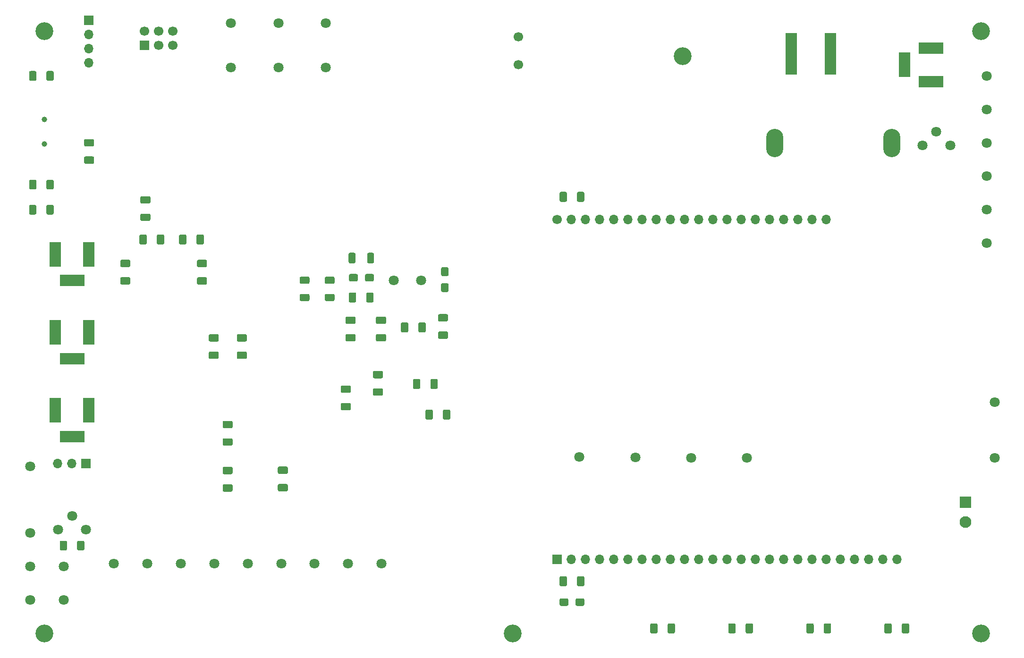
<source format=gbr>
%TF.GenerationSoftware,KiCad,Pcbnew,(5.1.7)-1*%
%TF.CreationDate,2021-04-16T09:21:30+09:00*%
%TF.ProjectId,EEG_Ver1.0A,4545475f-5665-4723-912e-30412e6b6963,Ver1.0A*%
%TF.SameCoordinates,Original*%
%TF.FileFunction,Soldermask,Bot*%
%TF.FilePolarity,Negative*%
%FSLAX46Y46*%
G04 Gerber Fmt 4.6, Leading zero omitted, Abs format (unit mm)*
G04 Created by KiCad (PCBNEW (5.1.7)-1) date 2021-04-16 09:21:30*
%MOMM*%
%LPD*%
G01*
G04 APERTURE LIST*
%ADD10O,1.700000X1.700000*%
%ADD11C,1.700000*%
%ADD12R,1.700000X1.700000*%
%ADD13C,3.200000*%
%ADD14O,3.048000X5.080000*%
%ADD15R,2.000000X4.500000*%
%ADD16R,4.500000X2.000000*%
%ADD17C,1.800000*%
%ADD18C,2.100000*%
%ADD19R,2.100000X2.100000*%
%ADD20C,1.000000*%
%ADD21R,2.000000X7.500000*%
G04 APERTURE END LIST*
D10*
%TO.C,U2*%
X186180000Y-64750000D03*
X191260000Y-64750000D03*
X193800000Y-64750000D03*
X188720000Y-64750000D03*
X181100000Y-64750000D03*
X178560000Y-64750000D03*
X196340000Y-64750000D03*
X183640000Y-64750000D03*
X216660000Y-64750000D03*
X209040000Y-64750000D03*
X211580000Y-64750000D03*
X201420000Y-64750000D03*
X224280000Y-64750000D03*
X206500000Y-64750000D03*
X198880000Y-64750000D03*
X221740000Y-64750000D03*
X219200000Y-64750000D03*
X203960000Y-64750000D03*
D11*
X176020000Y-64750000D03*
D10*
X214120000Y-64750000D03*
X203960000Y-125750000D03*
X211580000Y-125750000D03*
X181100000Y-125750000D03*
D12*
X176020000Y-125750000D03*
D10*
X231900000Y-125750000D03*
X178560000Y-125750000D03*
X236980000Y-125750000D03*
X214120000Y-125750000D03*
X201420000Y-125750000D03*
X221740000Y-125750000D03*
X229360000Y-125750000D03*
X224280000Y-125750000D03*
X206500000Y-125750000D03*
X196340000Y-125750000D03*
X209040000Y-125750000D03*
X186180000Y-125750000D03*
X226820000Y-125750000D03*
X183640000Y-125750000D03*
X188720000Y-125750000D03*
X234440000Y-125750000D03*
X219200000Y-125750000D03*
X216660000Y-125750000D03*
X198880000Y-125750000D03*
X193800000Y-125750000D03*
X191260000Y-125750000D03*
%TD*%
D13*
%TO.C,REF\u002A\u002A*%
X168000000Y-139000000D03*
%TD*%
%TO.C,REF\u002A\u002A*%
X84000000Y-31000000D03*
%TD*%
%TO.C,REF\u002A\u002A*%
X84000000Y-139000000D03*
%TD*%
%TO.C,REF\u002A\u002A*%
X252000000Y-139000000D03*
%TD*%
%TO.C,REF\u002A\u002A*%
X252000000Y-31000000D03*
%TD*%
%TO.C,REF\u002A\u002A*%
X198500000Y-35500000D03*
%TD*%
D11*
%TO.C,BZ1*%
X169000000Y-37000000D03*
X169000000Y-32000000D03*
%TD*%
%TO.C,C6*%
G36*
G01*
X194000000Y-137449999D02*
X194000000Y-138750001D01*
G75*
G02*
X193750001Y-139000000I-249999J0D01*
G01*
X192924999Y-139000000D01*
G75*
G02*
X192675000Y-138750001I0J249999D01*
G01*
X192675000Y-137449999D01*
G75*
G02*
X192924999Y-137200000I249999J0D01*
G01*
X193750001Y-137200000D01*
G75*
G02*
X194000000Y-137449999I0J-249999D01*
G01*
G37*
G36*
G01*
X197125000Y-137449999D02*
X197125000Y-138750001D01*
G75*
G02*
X196875001Y-139000000I-249999J0D01*
G01*
X196049999Y-139000000D01*
G75*
G02*
X195800000Y-138750001I0J249999D01*
G01*
X195800000Y-137449999D01*
G75*
G02*
X196049999Y-137200000I249999J0D01*
G01*
X196875001Y-137200000D01*
G75*
G02*
X197125000Y-137449999I0J-249999D01*
G01*
G37*
%TD*%
%TO.C,C7*%
G36*
G01*
X208000000Y-137449999D02*
X208000000Y-138750001D01*
G75*
G02*
X207750001Y-139000000I-249999J0D01*
G01*
X206924999Y-139000000D01*
G75*
G02*
X206675000Y-138750001I0J249999D01*
G01*
X206675000Y-137449999D01*
G75*
G02*
X206924999Y-137200000I249999J0D01*
G01*
X207750001Y-137200000D01*
G75*
G02*
X208000000Y-137449999I0J-249999D01*
G01*
G37*
G36*
G01*
X211125000Y-137449999D02*
X211125000Y-138750001D01*
G75*
G02*
X210875001Y-139000000I-249999J0D01*
G01*
X210049999Y-139000000D01*
G75*
G02*
X209800000Y-138750001I0J249999D01*
G01*
X209800000Y-137449999D01*
G75*
G02*
X210049999Y-137200000I249999J0D01*
G01*
X210875001Y-137200000D01*
G75*
G02*
X211125000Y-137449999I0J-249999D01*
G01*
G37*
%TD*%
%TO.C,C8*%
G36*
G01*
X222000000Y-137449999D02*
X222000000Y-138750001D01*
G75*
G02*
X221750001Y-139000000I-249999J0D01*
G01*
X220924999Y-139000000D01*
G75*
G02*
X220675000Y-138750001I0J249999D01*
G01*
X220675000Y-137449999D01*
G75*
G02*
X220924999Y-137200000I249999J0D01*
G01*
X221750001Y-137200000D01*
G75*
G02*
X222000000Y-137449999I0J-249999D01*
G01*
G37*
G36*
G01*
X225125000Y-137449999D02*
X225125000Y-138750001D01*
G75*
G02*
X224875001Y-139000000I-249999J0D01*
G01*
X224049999Y-139000000D01*
G75*
G02*
X223800000Y-138750001I0J249999D01*
G01*
X223800000Y-137449999D01*
G75*
G02*
X224049999Y-137200000I249999J0D01*
G01*
X224875001Y-137200000D01*
G75*
G02*
X225125000Y-137449999I0J-249999D01*
G01*
G37*
%TD*%
%TO.C,C9*%
G36*
G01*
X239125000Y-137449999D02*
X239125000Y-138750001D01*
G75*
G02*
X238875001Y-139000000I-249999J0D01*
G01*
X238049999Y-139000000D01*
G75*
G02*
X237800000Y-138750001I0J249999D01*
G01*
X237800000Y-137449999D01*
G75*
G02*
X238049999Y-137200000I249999J0D01*
G01*
X238875001Y-137200000D01*
G75*
G02*
X239125000Y-137449999I0J-249999D01*
G01*
G37*
G36*
G01*
X236000000Y-137449999D02*
X236000000Y-138750001D01*
G75*
G02*
X235750001Y-139000000I-249999J0D01*
G01*
X234924999Y-139000000D01*
G75*
G02*
X234675000Y-138750001I0J249999D01*
G01*
X234675000Y-137449999D01*
G75*
G02*
X234924999Y-137200000I249999J0D01*
G01*
X235750001Y-137200000D01*
G75*
G02*
X236000000Y-137449999I0J-249999D01*
G01*
G37*
%TD*%
%TO.C,C11*%
G36*
G01*
X155424999Y-76200000D02*
X156275001Y-76200000D01*
G75*
G02*
X156525000Y-76449999I0J-249999D01*
G01*
X156525000Y-77525001D01*
G75*
G02*
X156275001Y-77775000I-249999J0D01*
G01*
X155424999Y-77775000D01*
G75*
G02*
X155175000Y-77525001I0J249999D01*
G01*
X155175000Y-76449999D01*
G75*
G02*
X155424999Y-76200000I249999J0D01*
G01*
G37*
G36*
G01*
X155424999Y-73325000D02*
X156275001Y-73325000D01*
G75*
G02*
X156525000Y-73574999I0J-249999D01*
G01*
X156525000Y-74650001D01*
G75*
G02*
X156275001Y-74900000I-249999J0D01*
G01*
X155424999Y-74900000D01*
G75*
G02*
X155175000Y-74650001I0J249999D01*
G01*
X155175000Y-73574999D01*
G75*
G02*
X155424999Y-73325000I249999J0D01*
G01*
G37*
%TD*%
%TO.C,C12*%
G36*
G01*
X151100000Y-84770001D02*
X151100000Y-83469999D01*
G75*
G02*
X151349999Y-83220000I249999J0D01*
G01*
X152175001Y-83220000D01*
G75*
G02*
X152425000Y-83469999I0J-249999D01*
G01*
X152425000Y-84770001D01*
G75*
G02*
X152175001Y-85020000I-249999J0D01*
G01*
X151349999Y-85020000D01*
G75*
G02*
X151100000Y-84770001I0J249999D01*
G01*
G37*
G36*
G01*
X147975000Y-84770001D02*
X147975000Y-83469999D01*
G75*
G02*
X148224999Y-83220000I249999J0D01*
G01*
X149050001Y-83220000D01*
G75*
G02*
X149300000Y-83469999I0J-249999D01*
G01*
X149300000Y-84770001D01*
G75*
G02*
X149050001Y-85020000I-249999J0D01*
G01*
X148224999Y-85020000D01*
G75*
G02*
X147975000Y-84770001I0J249999D01*
G01*
G37*
%TD*%
%TO.C,C13*%
G36*
G01*
X143749999Y-82175000D02*
X145050001Y-82175000D01*
G75*
G02*
X145300000Y-82424999I0J-249999D01*
G01*
X145300000Y-83250001D01*
G75*
G02*
X145050001Y-83500000I-249999J0D01*
G01*
X143749999Y-83500000D01*
G75*
G02*
X143500000Y-83250001I0J249999D01*
G01*
X143500000Y-82424999D01*
G75*
G02*
X143749999Y-82175000I249999J0D01*
G01*
G37*
G36*
G01*
X143749999Y-85300000D02*
X145050001Y-85300000D01*
G75*
G02*
X145300000Y-85549999I0J-249999D01*
G01*
X145300000Y-86375001D01*
G75*
G02*
X145050001Y-86625000I-249999J0D01*
G01*
X143749999Y-86625000D01*
G75*
G02*
X143500000Y-86375001I0J249999D01*
G01*
X143500000Y-85549999D01*
G75*
G02*
X143749999Y-85300000I249999J0D01*
G01*
G37*
%TD*%
%TO.C,C14*%
G36*
G01*
X139600001Y-83500000D02*
X138299999Y-83500000D01*
G75*
G02*
X138050000Y-83250001I0J249999D01*
G01*
X138050000Y-82424999D01*
G75*
G02*
X138299999Y-82175000I249999J0D01*
G01*
X139600001Y-82175000D01*
G75*
G02*
X139850000Y-82424999I0J-249999D01*
G01*
X139850000Y-83250001D01*
G75*
G02*
X139600001Y-83500000I-249999J0D01*
G01*
G37*
G36*
G01*
X139600001Y-86625000D02*
X138299999Y-86625000D01*
G75*
G02*
X138050000Y-86375001I0J249999D01*
G01*
X138050000Y-85549999D01*
G75*
G02*
X138299999Y-85300000I249999J0D01*
G01*
X139600001Y-85300000D01*
G75*
G02*
X139850000Y-85549999I0J-249999D01*
G01*
X139850000Y-86375001D01*
G75*
G02*
X139600001Y-86625000I-249999J0D01*
G01*
G37*
%TD*%
%TO.C,C16*%
G36*
G01*
X144500001Y-93250000D02*
X143199999Y-93250000D01*
G75*
G02*
X142950000Y-93000001I0J249999D01*
G01*
X142950000Y-92174999D01*
G75*
G02*
X143199999Y-91925000I249999J0D01*
G01*
X144500001Y-91925000D01*
G75*
G02*
X144750000Y-92174999I0J-249999D01*
G01*
X144750000Y-93000001D01*
G75*
G02*
X144500001Y-93250000I-249999J0D01*
G01*
G37*
G36*
G01*
X144500001Y-96375000D02*
X143199999Y-96375000D01*
G75*
G02*
X142950000Y-96125001I0J249999D01*
G01*
X142950000Y-95299999D01*
G75*
G02*
X143199999Y-95050000I249999J0D01*
G01*
X144500001Y-95050000D01*
G75*
G02*
X144750000Y-95299999I0J-249999D01*
G01*
X144750000Y-96125001D01*
G75*
G02*
X144500001Y-96375000I-249999J0D01*
G01*
G37*
%TD*%
%TO.C,C17*%
G36*
G01*
X153700000Y-99099999D02*
X153700000Y-100400001D01*
G75*
G02*
X153450001Y-100650000I-249999J0D01*
G01*
X152624999Y-100650000D01*
G75*
G02*
X152375000Y-100400001I0J249999D01*
G01*
X152375000Y-99099999D01*
G75*
G02*
X152624999Y-98850000I249999J0D01*
G01*
X153450001Y-98850000D01*
G75*
G02*
X153700000Y-99099999I0J-249999D01*
G01*
G37*
G36*
G01*
X156825000Y-99099999D02*
X156825000Y-100400001D01*
G75*
G02*
X156575001Y-100650000I-249999J0D01*
G01*
X155749999Y-100650000D01*
G75*
G02*
X155500000Y-100400001I0J249999D01*
G01*
X155500000Y-99099999D01*
G75*
G02*
X155749999Y-98850000I249999J0D01*
G01*
X156575001Y-98850000D01*
G75*
G02*
X156825000Y-99099999I0J-249999D01*
G01*
G37*
%TD*%
%TO.C,C18*%
G36*
G01*
X154879999Y-81725000D02*
X156180001Y-81725000D01*
G75*
G02*
X156430000Y-81974999I0J-249999D01*
G01*
X156430000Y-82800001D01*
G75*
G02*
X156180001Y-83050000I-249999J0D01*
G01*
X154879999Y-83050000D01*
G75*
G02*
X154630000Y-82800001I0J249999D01*
G01*
X154630000Y-81974999D01*
G75*
G02*
X154879999Y-81725000I249999J0D01*
G01*
G37*
G36*
G01*
X154879999Y-84850000D02*
X156180001Y-84850000D01*
G75*
G02*
X156430000Y-85099999I0J-249999D01*
G01*
X156430000Y-85925001D01*
G75*
G02*
X156180001Y-86175000I-249999J0D01*
G01*
X154879999Y-86175000D01*
G75*
G02*
X154630000Y-85925001I0J249999D01*
G01*
X154630000Y-85099999D01*
G75*
G02*
X154879999Y-84850000I249999J0D01*
G01*
G37*
%TD*%
%TO.C,C21*%
G36*
G01*
X137449999Y-97650000D02*
X138750001Y-97650000D01*
G75*
G02*
X139000000Y-97899999I0J-249999D01*
G01*
X139000000Y-98725001D01*
G75*
G02*
X138750001Y-98975000I-249999J0D01*
G01*
X137449999Y-98975000D01*
G75*
G02*
X137200000Y-98725001I0J249999D01*
G01*
X137200000Y-97899999D01*
G75*
G02*
X137449999Y-97650000I249999J0D01*
G01*
G37*
G36*
G01*
X137449999Y-94525000D02*
X138750001Y-94525000D01*
G75*
G02*
X139000000Y-94774999I0J-249999D01*
G01*
X139000000Y-95600001D01*
G75*
G02*
X138750001Y-95850000I-249999J0D01*
G01*
X137449999Y-95850000D01*
G75*
G02*
X137200000Y-95600001I0J249999D01*
G01*
X137200000Y-94774999D01*
G75*
G02*
X137449999Y-94525000I249999J0D01*
G01*
G37*
%TD*%
%TO.C,C22*%
G36*
G01*
X154575000Y-93599999D02*
X154575000Y-94900001D01*
G75*
G02*
X154325001Y-95150000I-249999J0D01*
G01*
X153499999Y-95150000D01*
G75*
G02*
X153250000Y-94900001I0J249999D01*
G01*
X153250000Y-93599999D01*
G75*
G02*
X153499999Y-93350000I249999J0D01*
G01*
X154325001Y-93350000D01*
G75*
G02*
X154575000Y-93599999I0J-249999D01*
G01*
G37*
G36*
G01*
X151450000Y-93599999D02*
X151450000Y-94900001D01*
G75*
G02*
X151200001Y-95150000I-249999J0D01*
G01*
X150374999Y-95150000D01*
G75*
G02*
X150125000Y-94900001I0J249999D01*
G01*
X150125000Y-93599999D01*
G75*
G02*
X150374999Y-93350000I249999J0D01*
G01*
X151200001Y-93350000D01*
G75*
G02*
X151450000Y-93599999I0J-249999D01*
G01*
G37*
%TD*%
%TO.C,C23*%
G36*
G01*
X139950000Y-78099999D02*
X139950000Y-79400001D01*
G75*
G02*
X139700001Y-79650000I-249999J0D01*
G01*
X138874999Y-79650000D01*
G75*
G02*
X138625000Y-79400001I0J249999D01*
G01*
X138625000Y-78099999D01*
G75*
G02*
X138874999Y-77850000I249999J0D01*
G01*
X139700001Y-77850000D01*
G75*
G02*
X139950000Y-78099999I0J-249999D01*
G01*
G37*
G36*
G01*
X143075000Y-78099999D02*
X143075000Y-79400001D01*
G75*
G02*
X142825001Y-79650000I-249999J0D01*
G01*
X141999999Y-79650000D01*
G75*
G02*
X141750000Y-79400001I0J249999D01*
G01*
X141750000Y-78099999D01*
G75*
G02*
X141999999Y-77850000I249999J0D01*
G01*
X142825001Y-77850000D01*
G75*
G02*
X143075000Y-78099999I0J-249999D01*
G01*
G37*
%TD*%
%TO.C,C24*%
G36*
G01*
X140250000Y-74774999D02*
X140250000Y-75625001D01*
G75*
G02*
X140000001Y-75875000I-249999J0D01*
G01*
X138924999Y-75875000D01*
G75*
G02*
X138675000Y-75625001I0J249999D01*
G01*
X138675000Y-74774999D01*
G75*
G02*
X138924999Y-74525000I249999J0D01*
G01*
X140000001Y-74525000D01*
G75*
G02*
X140250000Y-74774999I0J-249999D01*
G01*
G37*
G36*
G01*
X143125000Y-74774999D02*
X143125000Y-75625001D01*
G75*
G02*
X142875001Y-75875000I-249999J0D01*
G01*
X141799999Y-75875000D01*
G75*
G02*
X141550000Y-75625001I0J249999D01*
G01*
X141550000Y-74774999D01*
G75*
G02*
X141799999Y-74525000I249999J0D01*
G01*
X142875001Y-74525000D01*
G75*
G02*
X143125000Y-74774999I0J-249999D01*
G01*
G37*
%TD*%
%TO.C,C26*%
G36*
G01*
X176425000Y-133825001D02*
X176425000Y-132974999D01*
G75*
G02*
X176674999Y-132725000I249999J0D01*
G01*
X177750001Y-132725000D01*
G75*
G02*
X178000000Y-132974999I0J-249999D01*
G01*
X178000000Y-133825001D01*
G75*
G02*
X177750001Y-134075000I-249999J0D01*
G01*
X176674999Y-134075000D01*
G75*
G02*
X176425000Y-133825001I0J249999D01*
G01*
G37*
G36*
G01*
X179300000Y-133825001D02*
X179300000Y-132974999D01*
G75*
G02*
X179549999Y-132725000I249999J0D01*
G01*
X180625001Y-132725000D01*
G75*
G02*
X180875000Y-132974999I0J-249999D01*
G01*
X180875000Y-133825001D01*
G75*
G02*
X180625001Y-134075000I-249999J0D01*
G01*
X179549999Y-134075000D01*
G75*
G02*
X179300000Y-133825001I0J249999D01*
G01*
G37*
%TD*%
%TO.C,C27*%
G36*
G01*
X176425000Y-61350001D02*
X176425000Y-60049999D01*
G75*
G02*
X176674999Y-59800000I249999J0D01*
G01*
X177500001Y-59800000D01*
G75*
G02*
X177750000Y-60049999I0J-249999D01*
G01*
X177750000Y-61350001D01*
G75*
G02*
X177500001Y-61600000I-249999J0D01*
G01*
X176674999Y-61600000D01*
G75*
G02*
X176425000Y-61350001I0J249999D01*
G01*
G37*
G36*
G01*
X179550000Y-61350001D02*
X179550000Y-60049999D01*
G75*
G02*
X179799999Y-59800000I249999J0D01*
G01*
X180625001Y-59800000D01*
G75*
G02*
X180875000Y-60049999I0J-249999D01*
G01*
X180875000Y-61350001D01*
G75*
G02*
X180625001Y-61600000I-249999J0D01*
G01*
X179799999Y-61600000D01*
G75*
G02*
X179550000Y-61350001I0J249999D01*
G01*
G37*
%TD*%
%TO.C,C28*%
G36*
G01*
X179550000Y-130290001D02*
X179550000Y-128989999D01*
G75*
G02*
X179799999Y-128740000I249999J0D01*
G01*
X180625001Y-128740000D01*
G75*
G02*
X180875000Y-128989999I0J-249999D01*
G01*
X180875000Y-130290001D01*
G75*
G02*
X180625001Y-130540000I-249999J0D01*
G01*
X179799999Y-130540000D01*
G75*
G02*
X179550000Y-130290001I0J249999D01*
G01*
G37*
G36*
G01*
X176425000Y-130290001D02*
X176425000Y-128989999D01*
G75*
G02*
X176674999Y-128740000I249999J0D01*
G01*
X177500001Y-128740000D01*
G75*
G02*
X177750000Y-128989999I0J-249999D01*
G01*
X177750000Y-130290001D01*
G75*
G02*
X177500001Y-130540000I-249999J0D01*
G01*
X176674999Y-130540000D01*
G75*
G02*
X176425000Y-130290001I0J249999D01*
G01*
G37*
%TD*%
%TO.C,C37*%
G36*
G01*
X102800001Y-61900000D02*
X101499999Y-61900000D01*
G75*
G02*
X101250000Y-61650001I0J249999D01*
G01*
X101250000Y-60824999D01*
G75*
G02*
X101499999Y-60575000I249999J0D01*
G01*
X102800001Y-60575000D01*
G75*
G02*
X103050000Y-60824999I0J-249999D01*
G01*
X103050000Y-61650001D01*
G75*
G02*
X102800001Y-61900000I-249999J0D01*
G01*
G37*
G36*
G01*
X102800001Y-65025000D02*
X101499999Y-65025000D01*
G75*
G02*
X101250000Y-64775001I0J249999D01*
G01*
X101250000Y-63949999D01*
G75*
G02*
X101499999Y-63700000I249999J0D01*
G01*
X102800001Y-63700000D01*
G75*
G02*
X103050000Y-63949999I0J-249999D01*
G01*
X103050000Y-64775001D01*
G75*
G02*
X102800001Y-65025000I-249999J0D01*
G01*
G37*
%TD*%
%TO.C,C40*%
G36*
G01*
X105525000Y-67699999D02*
X105525000Y-69000001D01*
G75*
G02*
X105275001Y-69250000I-249999J0D01*
G01*
X104449999Y-69250000D01*
G75*
G02*
X104200000Y-69000001I0J249999D01*
G01*
X104200000Y-67699999D01*
G75*
G02*
X104449999Y-67450000I249999J0D01*
G01*
X105275001Y-67450000D01*
G75*
G02*
X105525000Y-67699999I0J-249999D01*
G01*
G37*
G36*
G01*
X102400000Y-67699999D02*
X102400000Y-69000001D01*
G75*
G02*
X102150001Y-69250000I-249999J0D01*
G01*
X101324999Y-69250000D01*
G75*
G02*
X101075000Y-69000001I0J249999D01*
G01*
X101075000Y-67699999D01*
G75*
G02*
X101324999Y-67450000I249999J0D01*
G01*
X102150001Y-67450000D01*
G75*
G02*
X102400000Y-67699999I0J-249999D01*
G01*
G37*
%TD*%
%TO.C,C41*%
G36*
G01*
X112637500Y-67699999D02*
X112637500Y-69000001D01*
G75*
G02*
X112387501Y-69250000I-249999J0D01*
G01*
X111562499Y-69250000D01*
G75*
G02*
X111312500Y-69000001I0J249999D01*
G01*
X111312500Y-67699999D01*
G75*
G02*
X111562499Y-67450000I249999J0D01*
G01*
X112387501Y-67450000D01*
G75*
G02*
X112637500Y-67699999I0J-249999D01*
G01*
G37*
G36*
G01*
X109512500Y-67699999D02*
X109512500Y-69000001D01*
G75*
G02*
X109262501Y-69250000I-249999J0D01*
G01*
X108437499Y-69250000D01*
G75*
G02*
X108187500Y-69000001I0J249999D01*
G01*
X108187500Y-67699999D01*
G75*
G02*
X108437499Y-67450000I249999J0D01*
G01*
X109262501Y-67450000D01*
G75*
G02*
X109512500Y-67699999I0J-249999D01*
G01*
G37*
%TD*%
%TO.C,C46*%
G36*
G01*
X118799999Y-88450000D02*
X120100001Y-88450000D01*
G75*
G02*
X120350000Y-88699999I0J-249999D01*
G01*
X120350000Y-89525001D01*
G75*
G02*
X120100001Y-89775000I-249999J0D01*
G01*
X118799999Y-89775000D01*
G75*
G02*
X118550000Y-89525001I0J249999D01*
G01*
X118550000Y-88699999D01*
G75*
G02*
X118799999Y-88450000I249999J0D01*
G01*
G37*
G36*
G01*
X118799999Y-85325000D02*
X120100001Y-85325000D01*
G75*
G02*
X120350000Y-85574999I0J-249999D01*
G01*
X120350000Y-86400001D01*
G75*
G02*
X120100001Y-86650000I-249999J0D01*
G01*
X118799999Y-86650000D01*
G75*
G02*
X118550000Y-86400001I0J249999D01*
G01*
X118550000Y-85574999D01*
G75*
G02*
X118799999Y-85325000I249999J0D01*
G01*
G37*
%TD*%
%TO.C,C47*%
G36*
G01*
X115050001Y-89775000D02*
X113749999Y-89775000D01*
G75*
G02*
X113500000Y-89525001I0J249999D01*
G01*
X113500000Y-88699999D01*
G75*
G02*
X113749999Y-88450000I249999J0D01*
G01*
X115050001Y-88450000D01*
G75*
G02*
X115300000Y-88699999I0J-249999D01*
G01*
X115300000Y-89525001D01*
G75*
G02*
X115050001Y-89775000I-249999J0D01*
G01*
G37*
G36*
G01*
X115050001Y-86650000D02*
X113749999Y-86650000D01*
G75*
G02*
X113500000Y-86400001I0J249999D01*
G01*
X113500000Y-85574999D01*
G75*
G02*
X113749999Y-85325000I249999J0D01*
G01*
X115050001Y-85325000D01*
G75*
G02*
X115300000Y-85574999I0J-249999D01*
G01*
X115300000Y-86400001D01*
G75*
G02*
X115050001Y-86650000I-249999J0D01*
G01*
G37*
%TD*%
%TO.C,C48*%
G36*
G01*
X116249999Y-104000000D02*
X117550001Y-104000000D01*
G75*
G02*
X117800000Y-104249999I0J-249999D01*
G01*
X117800000Y-105075001D01*
G75*
G02*
X117550001Y-105325000I-249999J0D01*
G01*
X116249999Y-105325000D01*
G75*
G02*
X116000000Y-105075001I0J249999D01*
G01*
X116000000Y-104249999D01*
G75*
G02*
X116249999Y-104000000I249999J0D01*
G01*
G37*
G36*
G01*
X116249999Y-100875000D02*
X117550001Y-100875000D01*
G75*
G02*
X117800000Y-101124999I0J-249999D01*
G01*
X117800000Y-101950001D01*
G75*
G02*
X117550001Y-102200000I-249999J0D01*
G01*
X116249999Y-102200000D01*
G75*
G02*
X116000000Y-101950001I0J249999D01*
G01*
X116000000Y-101124999D01*
G75*
G02*
X116249999Y-100875000I249999J0D01*
G01*
G37*
%TD*%
%TO.C,C49*%
G36*
G01*
X116249999Y-109125000D02*
X117550001Y-109125000D01*
G75*
G02*
X117800000Y-109374999I0J-249999D01*
G01*
X117800000Y-110200001D01*
G75*
G02*
X117550001Y-110450000I-249999J0D01*
G01*
X116249999Y-110450000D01*
G75*
G02*
X116000000Y-110200001I0J249999D01*
G01*
X116000000Y-109374999D01*
G75*
G02*
X116249999Y-109125000I249999J0D01*
G01*
G37*
G36*
G01*
X116249999Y-112250000D02*
X117550001Y-112250000D01*
G75*
G02*
X117800000Y-112499999I0J-249999D01*
G01*
X117800000Y-113325001D01*
G75*
G02*
X117550001Y-113575000I-249999J0D01*
G01*
X116249999Y-113575000D01*
G75*
G02*
X116000000Y-113325001I0J249999D01*
G01*
X116000000Y-112499999D01*
G75*
G02*
X116249999Y-112250000I249999J0D01*
G01*
G37*
%TD*%
%TO.C,C50*%
G36*
G01*
X126149999Y-112200000D02*
X127450001Y-112200000D01*
G75*
G02*
X127700000Y-112449999I0J-249999D01*
G01*
X127700000Y-113275001D01*
G75*
G02*
X127450001Y-113525000I-249999J0D01*
G01*
X126149999Y-113525000D01*
G75*
G02*
X125900000Y-113275001I0J249999D01*
G01*
X125900000Y-112449999D01*
G75*
G02*
X126149999Y-112200000I249999J0D01*
G01*
G37*
G36*
G01*
X126150425Y-109075000D02*
X127449575Y-109075000D01*
G75*
G02*
X127700000Y-109325425I0J-250425D01*
G01*
X127700000Y-110149575D01*
G75*
G02*
X127449575Y-110400000I-250425J0D01*
G01*
X126150425Y-110400000D01*
G75*
G02*
X125900000Y-110149575I0J250425D01*
G01*
X125900000Y-109325425D01*
G75*
G02*
X126150425Y-109075000I250425J0D01*
G01*
G37*
%TD*%
%TO.C,C55*%
G36*
G01*
X112950001Y-73320000D02*
X111649999Y-73320000D01*
G75*
G02*
X111400000Y-73070001I0J249999D01*
G01*
X111400000Y-72244999D01*
G75*
G02*
X111649999Y-71995000I249999J0D01*
G01*
X112950001Y-71995000D01*
G75*
G02*
X113200000Y-72244999I0J-249999D01*
G01*
X113200000Y-73070001D01*
G75*
G02*
X112950001Y-73320000I-249999J0D01*
G01*
G37*
G36*
G01*
X112950001Y-76445000D02*
X111649999Y-76445000D01*
G75*
G02*
X111400000Y-76195001I0J249999D01*
G01*
X111400000Y-75369999D01*
G75*
G02*
X111649999Y-75120000I249999J0D01*
G01*
X112950001Y-75120000D01*
G75*
G02*
X113200000Y-75369999I0J-249999D01*
G01*
X113200000Y-76195001D01*
G75*
G02*
X112950001Y-76445000I-249999J0D01*
G01*
G37*
%TD*%
%TO.C,C56*%
G36*
G01*
X97899999Y-75100000D02*
X99200001Y-75100000D01*
G75*
G02*
X99450000Y-75349999I0J-249999D01*
G01*
X99450000Y-76175001D01*
G75*
G02*
X99200001Y-76425000I-249999J0D01*
G01*
X97899999Y-76425000D01*
G75*
G02*
X97650000Y-76175001I0J249999D01*
G01*
X97650000Y-75349999D01*
G75*
G02*
X97899999Y-75100000I249999J0D01*
G01*
G37*
G36*
G01*
X97899999Y-71975000D02*
X99200001Y-71975000D01*
G75*
G02*
X99450000Y-72224999I0J-249999D01*
G01*
X99450000Y-73050001D01*
G75*
G02*
X99200001Y-73300000I-249999J0D01*
G01*
X97899999Y-73300000D01*
G75*
G02*
X97650000Y-73050001I0J249999D01*
G01*
X97650000Y-72224999D01*
G75*
G02*
X97899999Y-71975000I249999J0D01*
G01*
G37*
%TD*%
%TO.C,C65*%
G36*
G01*
X91399999Y-53450000D02*
X92700001Y-53450000D01*
G75*
G02*
X92950000Y-53699999I0J-249999D01*
G01*
X92950000Y-54525001D01*
G75*
G02*
X92700001Y-54775000I-249999J0D01*
G01*
X91399999Y-54775000D01*
G75*
G02*
X91150000Y-54525001I0J249999D01*
G01*
X91150000Y-53699999D01*
G75*
G02*
X91399999Y-53450000I249999J0D01*
G01*
G37*
G36*
G01*
X91399999Y-50325000D02*
X92700001Y-50325000D01*
G75*
G02*
X92950000Y-50574999I0J-249999D01*
G01*
X92950000Y-51400001D01*
G75*
G02*
X92700001Y-51650000I-249999J0D01*
G01*
X91399999Y-51650000D01*
G75*
G02*
X91150000Y-51400001I0J249999D01*
G01*
X91150000Y-50574999D01*
G75*
G02*
X91399999Y-50325000I249999J0D01*
G01*
G37*
%TD*%
D14*
%TO.C,F1*%
X215000000Y-51000000D03*
X236000000Y-51000000D03*
%TD*%
D15*
%TO.C,J1*%
X238300000Y-37000000D03*
D16*
X243000000Y-40000000D03*
X243000000Y-34000000D03*
%TD*%
D12*
%TO.C,J2*%
X102000000Y-33540000D03*
D11*
X102000000Y-31000000D03*
X104540000Y-33540000D03*
X104540000Y-31000000D03*
X107080000Y-33540000D03*
X107080000Y-31000000D03*
%TD*%
D16*
%TO.C,J3*%
X89000000Y-103700000D03*
D15*
X92000000Y-99000000D03*
X86000000Y-99000000D03*
%TD*%
%TO.C,J4*%
X86000000Y-71000000D03*
X92000000Y-71000000D03*
D16*
X89000000Y-75700000D03*
%TD*%
%TO.C,J5*%
X89000000Y-89700000D03*
D15*
X92000000Y-85000000D03*
X86000000Y-85000000D03*
%TD*%
D17*
%TO.C,J6*%
X81500000Y-109000000D03*
%TD*%
%TO.C,J7*%
X81500000Y-121000000D03*
%TD*%
D10*
%TO.C,J8*%
X86420000Y-108500000D03*
X88960000Y-108500000D03*
D12*
X91500000Y-108500000D03*
%TD*%
D18*
%TO.C,J9*%
X249250000Y-119000000D03*
D19*
X249250000Y-115500000D03*
%TD*%
D20*
%TO.C,J10*%
X84000000Y-51200000D03*
X84000000Y-46800000D03*
%TD*%
D10*
%TO.C,J11*%
X92000000Y-36620000D03*
X92000000Y-34080000D03*
X92000000Y-31540000D03*
D12*
X92000000Y-29000000D03*
%TD*%
%TO.C,L1*%
G36*
G01*
X143150000Y-70975000D02*
X143150000Y-72375000D01*
G75*
G02*
X142900000Y-72625000I-250000J0D01*
G01*
X142175000Y-72625000D01*
G75*
G02*
X141925000Y-72375000I0J250000D01*
G01*
X141925000Y-70975000D01*
G75*
G02*
X142175000Y-70725000I250000J0D01*
G01*
X142900000Y-70725000D01*
G75*
G02*
X143150000Y-70975000I0J-250000D01*
G01*
G37*
G36*
G01*
X139825000Y-70975000D02*
X139825000Y-72375000D01*
G75*
G02*
X139575000Y-72625000I-250000J0D01*
G01*
X138850000Y-72625000D01*
G75*
G02*
X138600000Y-72375000I0J250000D01*
G01*
X138600000Y-70975000D01*
G75*
G02*
X138850000Y-70725000I250000J0D01*
G01*
X139575000Y-70725000D01*
G75*
G02*
X139825000Y-70975000I0J-250000D01*
G01*
G37*
%TD*%
%TO.C,R9*%
G36*
G01*
X130075000Y-78100000D02*
X131325000Y-78100000D01*
G75*
G02*
X131575000Y-78350000I0J-250000D01*
G01*
X131575000Y-79150000D01*
G75*
G02*
X131325000Y-79400000I-250000J0D01*
G01*
X130075000Y-79400000D01*
G75*
G02*
X129825000Y-79150000I0J250000D01*
G01*
X129825000Y-78350000D01*
G75*
G02*
X130075000Y-78100000I250000J0D01*
G01*
G37*
G36*
G01*
X130075000Y-75000000D02*
X131325000Y-75000000D01*
G75*
G02*
X131575000Y-75250000I0J-250000D01*
G01*
X131575000Y-76050000D01*
G75*
G02*
X131325000Y-76300000I-250000J0D01*
G01*
X130075000Y-76300000D01*
G75*
G02*
X129825000Y-76050000I0J250000D01*
G01*
X129825000Y-75250000D01*
G75*
G02*
X130075000Y-75000000I250000J0D01*
G01*
G37*
%TD*%
%TO.C,R10*%
G36*
G01*
X134575000Y-75000000D02*
X135825000Y-75000000D01*
G75*
G02*
X136075000Y-75250000I0J-250000D01*
G01*
X136075000Y-76050000D01*
G75*
G02*
X135825000Y-76300000I-250000J0D01*
G01*
X134575000Y-76300000D01*
G75*
G02*
X134325000Y-76050000I0J250000D01*
G01*
X134325000Y-75250000D01*
G75*
G02*
X134575000Y-75000000I250000J0D01*
G01*
G37*
G36*
G01*
X134575000Y-78100000D02*
X135825000Y-78100000D01*
G75*
G02*
X136075000Y-78350000I0J-250000D01*
G01*
X136075000Y-79150000D01*
G75*
G02*
X135825000Y-79400000I-250000J0D01*
G01*
X134575000Y-79400000D01*
G75*
G02*
X134325000Y-79150000I0J250000D01*
G01*
X134325000Y-78350000D01*
G75*
G02*
X134575000Y-78100000I250000J0D01*
G01*
G37*
%TD*%
%TO.C,R20*%
G36*
G01*
X86800000Y-123875000D02*
X86800000Y-122625000D01*
G75*
G02*
X87050000Y-122375000I250000J0D01*
G01*
X87850000Y-122375000D01*
G75*
G02*
X88100000Y-122625000I0J-250000D01*
G01*
X88100000Y-123875000D01*
G75*
G02*
X87850000Y-124125000I-250000J0D01*
G01*
X87050000Y-124125000D01*
G75*
G02*
X86800000Y-123875000I0J250000D01*
G01*
G37*
G36*
G01*
X89900000Y-123875000D02*
X89900000Y-122625000D01*
G75*
G02*
X90150000Y-122375000I250000J0D01*
G01*
X90950000Y-122375000D01*
G75*
G02*
X91200000Y-122625000I0J-250000D01*
G01*
X91200000Y-123875000D01*
G75*
G02*
X90950000Y-124125000I-250000J0D01*
G01*
X90150000Y-124125000D01*
G75*
G02*
X89900000Y-123875000I0J250000D01*
G01*
G37*
%TD*%
%TO.C,R62*%
G36*
G01*
X84400000Y-39625000D02*
X84400000Y-38375000D01*
G75*
G02*
X84650000Y-38125000I250000J0D01*
G01*
X85450000Y-38125000D01*
G75*
G02*
X85700000Y-38375000I0J-250000D01*
G01*
X85700000Y-39625000D01*
G75*
G02*
X85450000Y-39875000I-250000J0D01*
G01*
X84650000Y-39875000D01*
G75*
G02*
X84400000Y-39625000I0J250000D01*
G01*
G37*
G36*
G01*
X81300000Y-39625000D02*
X81300000Y-38375000D01*
G75*
G02*
X81550000Y-38125000I250000J0D01*
G01*
X82350000Y-38125000D01*
G75*
G02*
X82600000Y-38375000I0J-250000D01*
G01*
X82600000Y-39625000D01*
G75*
G02*
X82350000Y-39875000I-250000J0D01*
G01*
X81550000Y-39875000D01*
G75*
G02*
X81300000Y-39625000I0J250000D01*
G01*
G37*
%TD*%
%TO.C,R63*%
G36*
G01*
X85700000Y-62375000D02*
X85700000Y-63625000D01*
G75*
G02*
X85450000Y-63875000I-250000J0D01*
G01*
X84650000Y-63875000D01*
G75*
G02*
X84400000Y-63625000I0J250000D01*
G01*
X84400000Y-62375000D01*
G75*
G02*
X84650000Y-62125000I250000J0D01*
G01*
X85450000Y-62125000D01*
G75*
G02*
X85700000Y-62375000I0J-250000D01*
G01*
G37*
G36*
G01*
X82600000Y-62375000D02*
X82600000Y-63625000D01*
G75*
G02*
X82350000Y-63875000I-250000J0D01*
G01*
X81550000Y-63875000D01*
G75*
G02*
X81300000Y-63625000I0J250000D01*
G01*
X81300000Y-62375000D01*
G75*
G02*
X81550000Y-62125000I250000J0D01*
G01*
X82350000Y-62125000D01*
G75*
G02*
X82600000Y-62375000I0J-250000D01*
G01*
G37*
%TD*%
%TO.C,R64*%
G36*
G01*
X82600000Y-57875000D02*
X82600000Y-59125000D01*
G75*
G02*
X82350000Y-59375000I-250000J0D01*
G01*
X81550000Y-59375000D01*
G75*
G02*
X81300000Y-59125000I0J250000D01*
G01*
X81300000Y-57875000D01*
G75*
G02*
X81550000Y-57625000I250000J0D01*
G01*
X82350000Y-57625000D01*
G75*
G02*
X82600000Y-57875000I0J-250000D01*
G01*
G37*
G36*
G01*
X85700000Y-57875000D02*
X85700000Y-59125000D01*
G75*
G02*
X85450000Y-59375000I-250000J0D01*
G01*
X84650000Y-59375000D01*
G75*
G02*
X84400000Y-59125000I0J250000D01*
G01*
X84400000Y-57875000D01*
G75*
G02*
X84650000Y-57625000I250000J0D01*
G01*
X85450000Y-57625000D01*
G75*
G02*
X85700000Y-57875000I0J-250000D01*
G01*
G37*
%TD*%
D17*
%TO.C,RV1*%
X91500000Y-120400000D03*
X86500000Y-120400000D03*
X89000000Y-117900000D03*
%TD*%
%TO.C,RV2*%
X246500000Y-51500000D03*
X241500000Y-51500000D03*
X244000000Y-49000000D03*
%TD*%
D21*
%TO.C,SW1*%
X225000000Y-35000000D03*
X218000000Y-35000000D03*
%TD*%
D17*
%TO.C,TP1*%
X117500000Y-29500000D03*
%TD*%
%TO.C,TP2*%
X126000000Y-29500000D03*
%TD*%
%TO.C,TP3*%
X134500000Y-29500000D03*
%TD*%
%TO.C,TP4*%
X134500000Y-37500000D03*
%TD*%
%TO.C,TP5*%
X126500000Y-126500000D03*
%TD*%
%TO.C,TP6*%
X96500000Y-126500000D03*
%TD*%
%TO.C,TP7*%
X132500000Y-126500000D03*
%TD*%
%TO.C,TP8*%
X102500000Y-126500000D03*
%TD*%
%TO.C,TP9*%
X117500000Y-37500000D03*
%TD*%
%TO.C,TP10*%
X108500000Y-126500000D03*
%TD*%
%TO.C,TP11*%
X114500000Y-126500000D03*
%TD*%
%TO.C,TP12*%
X81500000Y-127000000D03*
%TD*%
%TO.C,TP13*%
X87500000Y-127000000D03*
%TD*%
%TO.C,TP14*%
X126000000Y-37500000D03*
%TD*%
%TO.C,TP15*%
X81500000Y-133000000D03*
%TD*%
%TO.C,TP16*%
X120500000Y-126500000D03*
%TD*%
%TO.C,TP17*%
X87500000Y-133000000D03*
%TD*%
%TO.C,TP18*%
X138500000Y-126500000D03*
%TD*%
%TO.C,TP19*%
X144500000Y-126500000D03*
%TD*%
%TO.C,TP20*%
X180000000Y-107350000D03*
%TD*%
%TO.C,TP21*%
X200000000Y-107500000D03*
%TD*%
%TO.C,TP22*%
X190000000Y-107400000D03*
%TD*%
%TO.C,TP23*%
X210000000Y-107500000D03*
%TD*%
%TO.C,TP24*%
X253000000Y-39000000D03*
%TD*%
%TO.C,TP25*%
X253000000Y-45000000D03*
%TD*%
%TO.C,TP26*%
X253000000Y-51000000D03*
%TD*%
%TO.C,TP27*%
X253000000Y-57000000D03*
%TD*%
%TO.C,TP28*%
X253000000Y-63000000D03*
%TD*%
%TO.C,TP29*%
X254500000Y-97500000D03*
%TD*%
%TO.C,TP30*%
X254500000Y-107500000D03*
%TD*%
%TO.C,TP31*%
X253000000Y-69000000D03*
%TD*%
%TO.C,Y1*%
X146709060Y-75700000D03*
X151590940Y-75700000D03*
%TD*%
M02*

</source>
